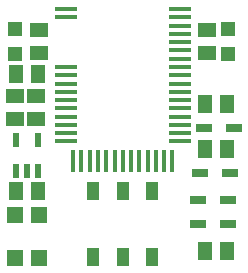
<source format=gbr>
G04 EAGLE Gerber RS-274X export*
G75*
%MOMM*%
%FSLAX34Y34*%
%LPD*%
%INSolderpaste Top*%
%IPPOS*%
%AMOC8*
5,1,8,0,0,1.08239X$1,22.5*%
G01*
%ADD10R,1.850000X0.450000*%
%ADD11R,0.450000X1.850000*%
%ADD12R,1.200000X1.200000*%
%ADD13R,1.500000X1.300000*%
%ADD14R,1.300000X1.500000*%
%ADD15R,0.550000X1.200000*%
%ADD16R,1.000000X1.500000*%
%ADD17R,1.400000X1.400000*%
%ADD18R,1.350000X0.800000*%


D10*
X58430Y268600D03*
X58430Y261600D03*
X58430Y219600D03*
X58430Y212600D03*
X58430Y205600D03*
X58430Y198600D03*
X58430Y191600D03*
X58430Y184600D03*
X58430Y177600D03*
X58430Y170600D03*
X58430Y163600D03*
X58430Y156600D03*
D11*
X64680Y140350D03*
X71680Y140350D03*
X78680Y140350D03*
X85680Y140350D03*
X92680Y140350D03*
X99680Y140350D03*
X106680Y140350D03*
X113680Y140350D03*
X120680Y140350D03*
X127680Y140350D03*
X134680Y140350D03*
X141680Y140350D03*
X148680Y140350D03*
D10*
X154930Y156600D03*
X154930Y163600D03*
X154930Y170600D03*
X154930Y177600D03*
X154930Y184600D03*
X154930Y191600D03*
X154930Y198600D03*
X154930Y205600D03*
X154930Y212600D03*
X154930Y219600D03*
X154930Y226600D03*
X154930Y233600D03*
X154930Y240600D03*
X154930Y247600D03*
X154930Y254600D03*
X154930Y261600D03*
X154930Y268600D03*
D12*
X15240Y230800D03*
X15240Y251800D03*
X195580Y251800D03*
X195580Y230800D03*
D13*
X35560Y231800D03*
X35560Y250800D03*
X177800Y250800D03*
X177800Y231800D03*
D14*
X34900Y213360D03*
X15900Y213360D03*
D13*
X33020Y175920D03*
X33020Y194920D03*
D15*
X15900Y131779D03*
X25400Y131779D03*
X34900Y131779D03*
X34900Y157781D03*
X15900Y157781D03*
D14*
X15900Y114300D03*
X34900Y114300D03*
D13*
X15240Y175920D03*
X15240Y194920D03*
D16*
X131680Y58360D03*
X106680Y58360D03*
X81680Y58360D03*
X81680Y114360D03*
X106680Y114360D03*
X131680Y114360D03*
D17*
X35560Y94700D03*
X35560Y57700D03*
D14*
X175920Y187960D03*
X194920Y187960D03*
X175920Y149860D03*
X194920Y149860D03*
D18*
X201168Y167640D03*
X175768Y167640D03*
X197104Y129540D03*
X171704Y129540D03*
D14*
X194920Y63500D03*
X175920Y63500D03*
D18*
X196088Y86360D03*
X170688Y86360D03*
X195834Y106680D03*
X170434Y106680D03*
D17*
X15240Y94700D03*
X15240Y57700D03*
M02*

</source>
